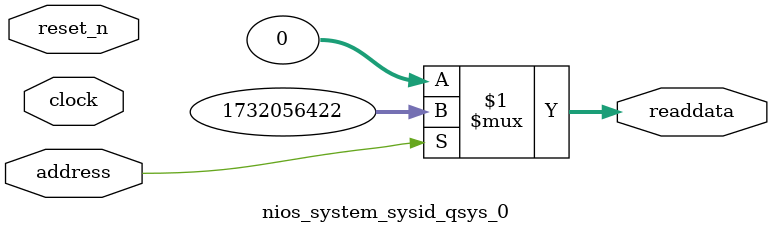
<source format=v>



// synthesis translate_off
`timescale 1ns / 1ps
// synthesis translate_on

// turn off superfluous verilog processor warnings 
// altera message_level Level1 
// altera message_off 10034 10035 10036 10037 10230 10240 10030 

module nios_system_sysid_qsys_0 (
               // inputs:
                address,
                clock,
                reset_n,

               // outputs:
                readdata
             )
;

  output  [ 31: 0] readdata;
  input            address;
  input            clock;
  input            reset_n;

  wire    [ 31: 0] readdata;
  //control_slave, which is an e_avalon_slave
  assign readdata = address ? 1732056422 : 0;

endmodule



</source>
